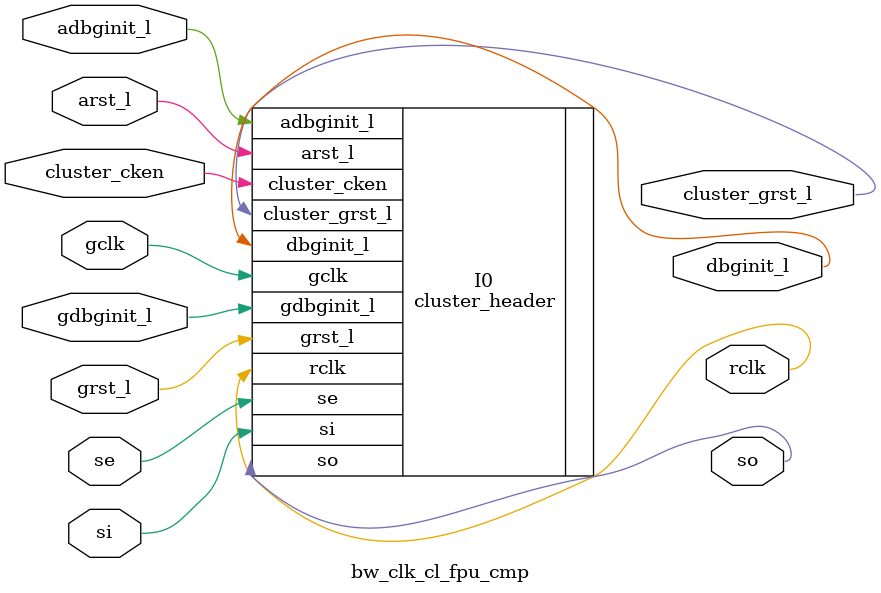
<source format=v>
module bw_clk_cl_fpu_cmp (
	so,
	dbginit_l,
	cluster_grst_l,
	rclk,
	si,
	se,
	adbginit_l,
	gdbginit_l,
	arst_l,
	grst_l,
	cluster_cken,
	gclk
);

	output so;
	output dbginit_l;
	output cluster_grst_l;
	output rclk;
	input si;
	input se;
	input adbginit_l;
	input gdbginit_l;
	input arst_l;
	input grst_l;
	input cluster_cken;
	input gclk;

	cluster_header I0 (
		.rclk            (rclk ),
		.so              (so ),
		.dbginit_l       (dbginit_l ),
		.cluster_grst_l  (cluster_grst_l ),
		.si              (si ),
		.se              (se ),
		.adbginit_l      (adbginit_l ),
		.gdbginit_l      (gdbginit_l ),
		.arst_l          (arst_l ),
		.grst_l          (grst_l ),
		.cluster_cken    (cluster_cken ),
		.gclk            (gclk )
	);

endmodule


</source>
